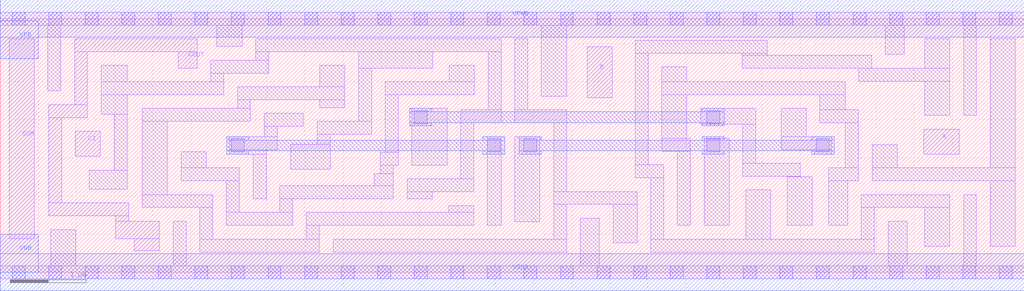
<source format=lef>
# Copyright 2020 The SkyWater PDK Authors
#
# Licensed under the Apache License, Version 2.0 (the "License");
# you may not use this file except in compliance with the License.
# You may obtain a copy of the License at
#
#     https://www.apache.org/licenses/LICENSE-2.0
#
# Unless required by applicable law or agreed to in writing, software
# distributed under the License is distributed on an "AS IS" BASIS,
# WITHOUT WARRANTIES OR CONDITIONS OF ANY KIND, either express or implied.
# See the License for the specific language governing permissions and
# limitations under the License.
#
# SPDX-License-Identifier: Apache-2.0

VERSION 5.5 ;
NAMESCASESENSITIVE ON ;
BUSBITCHARS "[]" ;
DIVIDERCHAR "/" ;
MACRO sky130_fd_sc_lp__fah_1
  CLASS CORE ;
  SOURCE USER ;
  ORIGIN  0.000000  0.000000 ;
  SIZE  13.44000 BY  3.330000 ;
  SYMMETRY X Y R90 ;
  SITE unit ;
  PIN A
    ANTENNAGATEAREA  0.492000 ;
    DIRECTION INPUT ;
    USE SIGNAL ;
    PORT
      LAYER li1 ;
        RECT 12.125000 1.550000 12.590000 1.880000 ;
    END
  END A
  PIN B
    ANTENNAGATEAREA  0.759000 ;
    DIRECTION INPUT ;
    USE SIGNAL ;
    PORT
      LAYER li1 ;
        RECT 7.705000 2.290000 8.035000 2.960000 ;
    END
  END B
  PIN CI
    ANTENNAGATEAREA  0.246000 ;
    DIRECTION INPUT ;
    USE SIGNAL ;
    PORT
      LAYER li1 ;
        RECT 0.985000 1.520000 1.315000 1.850000 ;
    END
  END CI
  PIN COUT
    ANTENNADIFFAREA  0.598500 ;
    DIRECTION OUTPUT ;
    USE SIGNAL ;
    PORT
      LAYER li1 ;
        RECT 0.635000 0.740000 1.685000 0.910000 ;
        RECT 0.635000 0.910000 0.805000 2.030000 ;
        RECT 0.635000 2.030000 1.145000 2.200000 ;
        RECT 0.975000 2.200000 1.145000 2.895000 ;
        RECT 0.975000 2.895000 2.585000 3.065000 ;
        RECT 1.515000 0.440000 2.090000 0.670000 ;
        RECT 1.515000 0.670000 1.685000 0.740000 ;
        RECT 1.760000 0.280000 2.090000 0.440000 ;
        RECT 2.335000 2.680000 2.585000 2.895000 ;
    END
  END COUT
  PIN SUM
    ANTENNADIFFAREA  0.598500 ;
    DIRECTION OUTPUT ;
    USE SIGNAL ;
    PORT
      LAYER li1 ;
        RECT 0.115000 0.440000 0.445000 3.065000 ;
    END
  END SUM
  PIN VGND
    DIRECTION INOUT ;
    USE GROUND ;
    PORT
      LAYER met1 ;
        RECT 0.000000 -0.245000 13.440000 0.245000 ;
    END
  END VGND
  PIN VNB
    DIRECTION INOUT ;
    USE GROUND ;
    PORT
    END
  END VNB
  PIN VPB
    DIRECTION INOUT ;
    USE POWER ;
    PORT
    END
  END VPB
  PIN VNB
    DIRECTION INOUT ;
    USE GROUND ;
    PORT
      LAYER met1 ;
        RECT 0.000000 0.000000 0.500000 0.500000 ;
    END
  END VNB
  PIN VPB
    DIRECTION INOUT ;
    USE POWER ;
    PORT
      LAYER met1 ;
        RECT 0.000000 2.800000 0.500000 3.300000 ;
    END
  END VPB
  PIN VPWR
    DIRECTION INOUT ;
    USE POWER ;
    PORT
      LAYER met1 ;
        RECT 0.000000 3.085000 13.440000 3.575000 ;
    END
  END VPWR
  OBS
    LAYER li1 ;
      RECT  0.000000 -0.085000 13.440000 0.085000 ;
      RECT  0.000000  3.245000 13.440000 3.415000 ;
      RECT  0.625000  2.380000  0.795000 3.245000 ;
      RECT  0.660000  0.085000  0.990000 0.560000 ;
      RECT  1.170000  1.090000  1.665000 1.340000 ;
      RECT  1.325000  2.075000  1.665000 2.330000 ;
      RECT  1.325000  2.330000  2.935000 2.500000 ;
      RECT  1.325000  2.500000  1.665000 2.715000 ;
      RECT  1.495000  1.340000  1.665000 2.075000 ;
      RECT  1.865000  0.850000  2.790000 1.020000 ;
      RECT  1.865000  1.020000  2.195000 1.980000 ;
      RECT  1.865000  1.980000  3.285000 2.150000 ;
      RECT  2.270000  0.085000  2.440000 0.670000 ;
      RECT  2.375000  1.200000  3.140000 1.370000 ;
      RECT  2.375000  1.370000  2.705000 1.580000 ;
      RECT  2.620000  0.265000  4.190000 0.435000 ;
      RECT  2.620000  0.435000  2.790000 0.850000 ;
      RECT  2.765000  2.500000  2.935000 2.615000 ;
      RECT  2.765000  2.615000  3.525000 2.785000 ;
      RECT  2.845000  2.965000  3.175000 3.245000 ;
      RECT  2.970000  0.615000  3.840000 0.785000 ;
      RECT  2.970000  0.785000  3.140000 1.200000 ;
      RECT  3.005000  1.550000  3.490000 1.610000 ;
      RECT  3.005000  1.610000  3.635000 1.780000 ;
      RECT  3.115000  2.150000  3.285000 2.265000 ;
      RECT  3.115000  2.265000  4.525000 2.435000 ;
      RECT  3.320000  0.965000  3.490000 1.550000 ;
      RECT  3.355000  2.785000  3.525000 2.895000 ;
      RECT  3.355000  2.895000  6.575000 3.065000 ;
      RECT  3.465000  1.780000  3.635000 1.915000 ;
      RECT  3.465000  1.915000  3.980000 2.085000 ;
      RECT  3.670000  0.785000  3.840000 0.965000 ;
      RECT  3.670000  0.965000  5.160000 1.135000 ;
      RECT  3.815000  1.350000  4.330000 1.680000 ;
      RECT  4.020000  0.435000  4.190000 0.615000 ;
      RECT  4.020000  0.615000  6.215000 0.785000 ;
      RECT  4.160000  1.680000  4.330000 1.810000 ;
      RECT  4.160000  1.810000  4.875000 1.980000 ;
      RECT  4.195000  2.160000  4.525000 2.265000 ;
      RECT  4.195000  2.435000  4.525000 2.715000 ;
      RECT  4.370000  0.265000  7.435000 0.435000 ;
      RECT  4.705000  1.980000  4.875000 2.680000 ;
      RECT  4.705000  2.680000  5.680000 2.895000 ;
      RECT  4.910000  1.135000  5.160000 1.295000 ;
      RECT  4.990000  1.295000  5.160000 1.405000 ;
      RECT  4.990000  1.405000  5.225000 1.575000 ;
      RECT  5.055000  1.575000  5.225000 2.330000 ;
      RECT  5.055000  2.330000  6.225000 2.500000 ;
      RECT  5.340000  0.965000  5.670000 1.055000 ;
      RECT  5.340000  1.055000  6.215000 1.225000 ;
      RECT  5.405000  1.405000  5.865000 2.150000 ;
      RECT  5.885000  0.785000  6.215000 0.875000 ;
      RECT  5.895000  2.500000  6.225000 2.715000 ;
      RECT  6.045000  1.225000  6.215000 1.960000 ;
      RECT  6.045000  1.960000  6.575000 2.130000 ;
      RECT  6.395000  0.615000  6.575000 1.780000 ;
      RECT  6.405000  2.130000  6.575000 2.895000 ;
      RECT  6.755000  0.665000  7.085000 1.780000 ;
      RECT  6.755000  1.960000  7.435000 2.130000 ;
      RECT  6.755000  2.130000  6.925000 3.065000 ;
      RECT  7.105000  2.310000  7.435000 3.245000 ;
      RECT  7.265000  0.435000  7.435000 0.890000 ;
      RECT  7.265000  0.890000  8.360000 1.060000 ;
      RECT  7.265000  1.060000  7.435000 1.960000 ;
      RECT  7.615000  0.085000  7.865000 0.710000 ;
      RECT  8.045000  0.390000  8.360000 0.890000 ;
      RECT  8.335000  1.240000  8.710000 1.410000 ;
      RECT  8.335000  1.410000  8.505000 2.875000 ;
      RECT  8.335000  2.875000 10.070000 3.045000 ;
      RECT  8.540000  0.265000 11.475000 0.435000 ;
      RECT  8.540000  0.435000  8.710000 1.240000 ;
      RECT  8.685000  1.590000  9.060000 1.760000 ;
      RECT  8.685000  1.760000  9.015000 2.330000 ;
      RECT  8.685000  2.330000 11.090000 2.500000 ;
      RECT  8.685000  2.500000  9.015000 2.695000 ;
      RECT  8.890000  0.615000  9.060000 1.590000 ;
      RECT  9.195000  1.940000  9.920000 2.150000 ;
      RECT  9.240000  0.615000  9.570000 1.760000 ;
      RECT  9.740000  2.680000 11.440000 2.850000 ;
      RECT  9.740000  2.850000 10.070000 2.875000 ;
      RECT  9.750000  1.260000 10.500000 1.430000 ;
      RECT  9.750000  1.430000  9.920000 1.940000 ;
      RECT  9.785000  0.435000 10.115000 1.080000 ;
      RECT 10.250000  1.610000 10.915000 1.780000 ;
      RECT 10.250000  1.780000 10.580000 2.150000 ;
      RECT 10.330000  0.615000 10.660000 1.255000 ;
      RECT 10.330000  1.255000 10.500000 1.260000 ;
      RECT 10.685000  1.550000 10.915000 1.610000 ;
      RECT 10.760000  1.960000 11.265000 2.130000 ;
      RECT 10.760000  2.130000 11.090000 2.330000 ;
      RECT 10.875000  0.615000 11.125000 1.200000 ;
      RECT 10.875000  1.200000 11.265000 1.370000 ;
      RECT 11.095000  1.370000 11.265000 1.960000 ;
      RECT 11.270000  2.510000 12.465000 2.680000 ;
      RECT 11.305000  0.435000 11.475000 0.850000 ;
      RECT 11.305000  0.850000 12.465000 1.020000 ;
      RECT 11.445000  1.200000 13.325000 1.370000 ;
      RECT 11.445000  1.370000 11.775000 1.675000 ;
      RECT 11.620000  2.860000 11.870000 3.245000 ;
      RECT 11.655000  0.085000 11.905000 0.670000 ;
      RECT 12.135000  0.340000 12.465000 0.850000 ;
      RECT 12.135000  2.060000 12.465000 2.510000 ;
      RECT 12.135000  2.680000 12.465000 3.065000 ;
      RECT 12.645000  0.085000 12.815000 1.020000 ;
      RECT 12.645000  2.060000 12.815000 3.245000 ;
      RECT 12.995000  0.340000 13.325000 1.200000 ;
      RECT 12.995000  1.370000 13.325000 3.065000 ;
    LAYER mcon ;
      RECT  0.155000 -0.085000  0.325000 0.085000 ;
      RECT  0.155000  3.245000  0.325000 3.415000 ;
      RECT  0.635000 -0.085000  0.805000 0.085000 ;
      RECT  0.635000  3.245000  0.805000 3.415000 ;
      RECT  1.115000 -0.085000  1.285000 0.085000 ;
      RECT  1.115000  3.245000  1.285000 3.415000 ;
      RECT  1.595000 -0.085000  1.765000 0.085000 ;
      RECT  1.595000  3.245000  1.765000 3.415000 ;
      RECT  2.075000 -0.085000  2.245000 0.085000 ;
      RECT  2.075000  3.245000  2.245000 3.415000 ;
      RECT  2.555000 -0.085000  2.725000 0.085000 ;
      RECT  2.555000  3.245000  2.725000 3.415000 ;
      RECT  3.035000 -0.085000  3.205000 0.085000 ;
      RECT  3.035000  1.580000  3.205000 1.750000 ;
      RECT  3.035000  3.245000  3.205000 3.415000 ;
      RECT  3.515000 -0.085000  3.685000 0.085000 ;
      RECT  3.515000  3.245000  3.685000 3.415000 ;
      RECT  3.995000 -0.085000  4.165000 0.085000 ;
      RECT  3.995000  3.245000  4.165000 3.415000 ;
      RECT  4.475000 -0.085000  4.645000 0.085000 ;
      RECT  4.475000  3.245000  4.645000 3.415000 ;
      RECT  4.955000 -0.085000  5.125000 0.085000 ;
      RECT  4.955000  3.245000  5.125000 3.415000 ;
      RECT  5.435000 -0.085000  5.605000 0.085000 ;
      RECT  5.435000  1.950000  5.605000 2.120000 ;
      RECT  5.435000  3.245000  5.605000 3.415000 ;
      RECT  5.915000 -0.085000  6.085000 0.085000 ;
      RECT  5.915000  3.245000  6.085000 3.415000 ;
      RECT  6.395000 -0.085000  6.565000 0.085000 ;
      RECT  6.395000  1.580000  6.565000 1.750000 ;
      RECT  6.395000  3.245000  6.565000 3.415000 ;
      RECT  6.875000 -0.085000  7.045000 0.085000 ;
      RECT  6.875000  1.580000  7.045000 1.750000 ;
      RECT  6.875000  3.245000  7.045000 3.415000 ;
      RECT  7.355000 -0.085000  7.525000 0.085000 ;
      RECT  7.355000  3.245000  7.525000 3.415000 ;
      RECT  7.835000 -0.085000  8.005000 0.085000 ;
      RECT  7.835000  3.245000  8.005000 3.415000 ;
      RECT  8.315000 -0.085000  8.485000 0.085000 ;
      RECT  8.315000  3.245000  8.485000 3.415000 ;
      RECT  8.795000 -0.085000  8.965000 0.085000 ;
      RECT  8.795000  3.245000  8.965000 3.415000 ;
      RECT  9.275000 -0.085000  9.445000 0.085000 ;
      RECT  9.275000  1.580000  9.445000 1.750000 ;
      RECT  9.275000  1.950000  9.445000 2.120000 ;
      RECT  9.275000  3.245000  9.445000 3.415000 ;
      RECT  9.755000 -0.085000  9.925000 0.085000 ;
      RECT  9.755000  3.245000  9.925000 3.415000 ;
      RECT 10.235000 -0.085000 10.405000 0.085000 ;
      RECT 10.235000  3.245000 10.405000 3.415000 ;
      RECT 10.715000 -0.085000 10.885000 0.085000 ;
      RECT 10.715000  1.580000 10.885000 1.750000 ;
      RECT 10.715000  3.245000 10.885000 3.415000 ;
      RECT 11.195000 -0.085000 11.365000 0.085000 ;
      RECT 11.195000  3.245000 11.365000 3.415000 ;
      RECT 11.675000 -0.085000 11.845000 0.085000 ;
      RECT 11.675000  3.245000 11.845000 3.415000 ;
      RECT 12.155000 -0.085000 12.325000 0.085000 ;
      RECT 12.155000  3.245000 12.325000 3.415000 ;
      RECT 12.635000 -0.085000 12.805000 0.085000 ;
      RECT 12.635000  3.245000 12.805000 3.415000 ;
      RECT 13.115000 -0.085000 13.285000 0.085000 ;
      RECT 13.115000  3.245000 13.285000 3.415000 ;
    LAYER met1 ;
      RECT  2.975000 1.550000  3.265000 1.595000 ;
      RECT  2.975000 1.595000  6.625000 1.735000 ;
      RECT  2.975000 1.735000  3.265000 1.780000 ;
      RECT  5.375000 1.920000  5.665000 1.965000 ;
      RECT  5.375000 1.965000  9.505000 2.105000 ;
      RECT  5.375000 2.105000  5.665000 2.150000 ;
      RECT  6.335000 1.550000  6.625000 1.595000 ;
      RECT  6.335000 1.735000  6.625000 1.780000 ;
      RECT  6.815000 1.550000  7.105000 1.595000 ;
      RECT  6.815000 1.595000 10.945000 1.735000 ;
      RECT  6.815000 1.735000  7.105000 1.780000 ;
      RECT  9.215000 1.550000  9.505000 1.595000 ;
      RECT  9.215000 1.735000  9.505000 1.780000 ;
      RECT  9.215000 1.920000  9.505000 1.965000 ;
      RECT  9.215000 2.105000  9.505000 2.150000 ;
      RECT 10.655000 1.550000 10.945000 1.595000 ;
      RECT 10.655000 1.735000 10.945000 1.780000 ;
  END
END sky130_fd_sc_lp__fah_1
END LIBRARY

</source>
